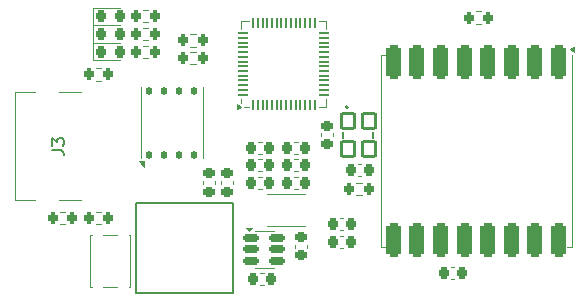
<source format=gto>
G04 #@! TF.GenerationSoftware,KiCad,Pcbnew,8.0.5-dirty*
G04 #@! TF.CreationDate,2024-10-08T17:02:33+11:00*
G04 #@! TF.ProjectId,kestral,6b657374-7261-46c2-9e6b-696361645f70,rev?*
G04 #@! TF.SameCoordinates,Original*
G04 #@! TF.FileFunction,Legend,Top*
G04 #@! TF.FilePolarity,Positive*
%FSLAX46Y46*%
G04 Gerber Fmt 4.6, Leading zero omitted, Abs format (unit mm)*
G04 Created by KiCad (PCBNEW 8.0.5-dirty) date 2024-10-08 17:02:33*
%MOMM*%
%LPD*%
G01*
G04 APERTURE LIST*
G04 Aperture macros list*
%AMRoundRect*
0 Rectangle with rounded corners*
0 $1 Rounding radius*
0 $2 $3 $4 $5 $6 $7 $8 $9 X,Y pos of 4 corners*
0 Add a 4 corners polygon primitive as box body*
4,1,4,$2,$3,$4,$5,$6,$7,$8,$9,$2,$3,0*
0 Add four circle primitives for the rounded corners*
1,1,$1+$1,$2,$3*
1,1,$1+$1,$4,$5*
1,1,$1+$1,$6,$7*
1,1,$1+$1,$8,$9*
0 Add four rect primitives between the rounded corners*
20,1,$1+$1,$2,$3,$4,$5,0*
20,1,$1+$1,$4,$5,$6,$7,0*
20,1,$1+$1,$6,$7,$8,$9,0*
20,1,$1+$1,$8,$9,$2,$3,0*%
G04 Aperture macros list end*
%ADD10C,0.150000*%
%ADD11C,0.120000*%
%ADD12C,0.152400*%
%ADD13C,0.127000*%
%ADD14C,0.200000*%
%ADD15RoundRect,0.225000X0.225000X0.250000X-0.225000X0.250000X-0.225000X-0.250000X0.225000X-0.250000X0*%
%ADD16RoundRect,0.125000X0.125000X-0.250000X0.125000X0.250000X-0.125000X0.250000X-0.125000X-0.250000X0*%
%ADD17R,4.300000X3.400000*%
%ADD18RoundRect,0.317500X-0.317500X1.157500X-0.317500X-1.157500X0.317500X-1.157500X0.317500X1.157500X0*%
%ADD19RoundRect,0.225000X-0.250000X0.225000X-0.250000X-0.225000X0.250000X-0.225000X0.250000X0.225000X0*%
%ADD20C,0.650000*%
%ADD21R,1.240000X0.600000*%
%ADD22R,1.240000X0.300000*%
%ADD23O,2.100000X1.000000*%
%ADD24O,1.800000X1.000000*%
%ADD25RoundRect,0.225000X0.250000X-0.225000X0.250000X0.225000X-0.250000X0.225000X-0.250000X-0.225000X0*%
%ADD26RoundRect,0.050000X0.050000X-0.387500X0.050000X0.387500X-0.050000X0.387500X-0.050000X-0.387500X0*%
%ADD27RoundRect,0.050000X0.387500X-0.050000X0.387500X0.050000X-0.387500X0.050000X-0.387500X-0.050000X0*%
%ADD28R,3.200000X3.200000*%
%ADD29RoundRect,0.200000X0.200000X0.275000X-0.200000X0.275000X-0.200000X-0.275000X0.200000X-0.275000X0*%
%ADD30RoundRect,0.225000X-0.225000X-0.250000X0.225000X-0.250000X0.225000X0.250000X-0.225000X0.250000X0*%
%ADD31RoundRect,0.218750X-0.218750X-0.256250X0.218750X-0.256250X0.218750X0.256250X-0.218750X0.256250X0*%
%ADD32C,1.803400*%
%ADD33RoundRect,0.150000X-0.512500X-0.150000X0.512500X-0.150000X0.512500X0.150000X-0.512500X0.150000X0*%
%ADD34RoundRect,0.102000X-0.550000X0.650000X-0.550000X-0.650000X0.550000X-0.650000X0.550000X0.650000X0*%
%ADD35RoundRect,0.200000X-0.200000X-0.275000X0.200000X-0.275000X0.200000X0.275000X-0.200000X0.275000X0*%
%ADD36R,0.650000X1.050000*%
%ADD37R,1.200000X2.000000*%
%ADD38R,5.080000X1.500000*%
G04 APERTURE END LIST*
D10*
X103179819Y-112833333D02*
X103894104Y-112833333D01*
X103894104Y-112833333D02*
X104036961Y-112880952D01*
X104036961Y-112880952D02*
X104132200Y-112976190D01*
X104132200Y-112976190D02*
X104179819Y-113119047D01*
X104179819Y-113119047D02*
X104179819Y-113214285D01*
X103179819Y-112452380D02*
X103179819Y-111833333D01*
X103179819Y-111833333D02*
X103560771Y-112166666D01*
X103560771Y-112166666D02*
X103560771Y-112023809D01*
X103560771Y-112023809D02*
X103608390Y-111928571D01*
X103608390Y-111928571D02*
X103656009Y-111880952D01*
X103656009Y-111880952D02*
X103751247Y-111833333D01*
X103751247Y-111833333D02*
X103989342Y-111833333D01*
X103989342Y-111833333D02*
X104084580Y-111880952D01*
X104084580Y-111880952D02*
X104132200Y-111928571D01*
X104132200Y-111928571D02*
X104179819Y-112023809D01*
X104179819Y-112023809D02*
X104179819Y-112309523D01*
X104179819Y-112309523D02*
X104132200Y-112404761D01*
X104132200Y-112404761D02*
X104084580Y-112452380D01*
D11*
X129370580Y-114040000D02*
X129089420Y-114040000D01*
X129370580Y-115060000D02*
X129089420Y-115060000D01*
X110695000Y-113510000D02*
X110695000Y-107520000D01*
X115915000Y-113520000D02*
X115915000Y-107520000D01*
X110995000Y-114230000D02*
X110515000Y-113750000D01*
X110995000Y-113750000D01*
X110995000Y-114230000D01*
G36*
X110995000Y-114230000D02*
G01*
X110515000Y-113750000D01*
X110995000Y-113750000D01*
X110995000Y-114230000D01*
G37*
X123965580Y-113605000D02*
X123684420Y-113605000D01*
X123965580Y-114625000D02*
X123684420Y-114625000D01*
X131000000Y-104800000D02*
X131000000Y-121000000D01*
X131000000Y-121000000D02*
X131400000Y-121000000D01*
X131400000Y-104800000D02*
X131000000Y-104800000D01*
X147200000Y-104800000D02*
X147200000Y-121000000D01*
X147200000Y-121000000D02*
X146800000Y-121000000D01*
X147336000Y-104540000D02*
X147000000Y-104300000D01*
X147336000Y-104060000D01*
X147336000Y-104540000D01*
G36*
X147336000Y-104540000D02*
G01*
X147000000Y-104300000D01*
X147336000Y-104060000D01*
X147336000Y-104540000D01*
G37*
X115990000Y-115434420D02*
X115990000Y-115715580D01*
X117010000Y-115434420D02*
X117010000Y-115715580D01*
X100015000Y-107920000D02*
X101720000Y-107920000D01*
X100015000Y-117080000D02*
X100015000Y-107920000D01*
X101720000Y-117080000D02*
X100015000Y-117080000D01*
X103730000Y-117080000D02*
X105650000Y-117080000D01*
X105650000Y-107920000D02*
X103730000Y-107920000D01*
X123752500Y-121115580D02*
X123752500Y-120834420D01*
X124772500Y-121115580D02*
X124772500Y-120834420D01*
X119190000Y-101922500D02*
X119840000Y-101922500D01*
X119190000Y-102572500D02*
X119190000Y-101922500D01*
X119190000Y-108492500D02*
X119190000Y-108842500D01*
X119840000Y-109142500D02*
X119430000Y-109142500D01*
X126410000Y-101922500D02*
X125760000Y-101922500D01*
X126410000Y-102572500D02*
X126410000Y-101922500D01*
X126410000Y-108492500D02*
X126410000Y-109142500D01*
X126410000Y-109142500D02*
X125760000Y-109142500D01*
X119190000Y-109142500D02*
X118860000Y-109382500D01*
X118860000Y-108902500D01*
X119190000Y-109142500D01*
G36*
X119190000Y-109142500D02*
G01*
X118860000Y-109382500D01*
X118860000Y-108902500D01*
X119190000Y-109142500D01*
G37*
X111337258Y-100977500D02*
X110862742Y-100977500D01*
X111337258Y-102022500D02*
X110862742Y-102022500D01*
X127559420Y-120090000D02*
X127840580Y-120090000D01*
X127559420Y-121110000D02*
X127840580Y-121110000D01*
X120915580Y-112120000D02*
X120634420Y-112120000D01*
X120915580Y-113140000D02*
X120634420Y-113140000D01*
X106627500Y-100765000D02*
X106627500Y-102235000D01*
X106627500Y-102235000D02*
X108912500Y-102235000D01*
X108912500Y-100765000D02*
X106627500Y-100765000D01*
D12*
X110249799Y-117273000D02*
X110249799Y-124918400D01*
X110249799Y-124918400D02*
X118530199Y-124918400D01*
X118530199Y-117273000D02*
X110249799Y-117273000D01*
X118530199Y-124918400D02*
X118530199Y-117273000D01*
D11*
X121125000Y-119665000D02*
X120325000Y-119665000D01*
X121125000Y-119665000D02*
X121925000Y-119665000D01*
X121125000Y-122785000D02*
X120325000Y-122785000D01*
X121125000Y-122785000D02*
X121925000Y-122785000D01*
X119825000Y-119715000D02*
X119585000Y-119385000D01*
X120065000Y-119385000D01*
X119825000Y-119715000D01*
G36*
X119825000Y-119715000D02*
G01*
X119585000Y-119385000D01*
X120065000Y-119385000D01*
X119825000Y-119715000D01*
G37*
X117500000Y-115434420D02*
X117500000Y-115715580D01*
X118520000Y-115434420D02*
X118520000Y-115715580D01*
X123965580Y-115105000D02*
X123684420Y-115105000D01*
X123965580Y-116125000D02*
X123684420Y-116125000D01*
X137240580Y-122690000D02*
X136959420Y-122690000D01*
X137240580Y-123710000D02*
X136959420Y-123710000D01*
D13*
X127850000Y-111280000D02*
X127850000Y-111820000D01*
X130350000Y-111820000D02*
X130350000Y-111280000D01*
D14*
X128230000Y-109200000D02*
G75*
G02*
X128030000Y-109200000I-100000J0D01*
G01*
X128030000Y-109200000D02*
G75*
G02*
X128230000Y-109200000I100000J0D01*
G01*
D11*
X106862742Y-118077500D02*
X107337258Y-118077500D01*
X106862742Y-119122500D02*
X107337258Y-119122500D01*
X123965580Y-112105000D02*
X123684420Y-112105000D01*
X123965580Y-113125000D02*
X123684420Y-113125000D01*
X111337258Y-103977500D02*
X110862742Y-103977500D01*
X111337258Y-105022500D02*
X110862742Y-105022500D01*
X128937742Y-115577500D02*
X129412258Y-115577500D01*
X128937742Y-116622500D02*
X129412258Y-116622500D01*
X120821920Y-123215000D02*
X121103080Y-123215000D01*
X120821920Y-124235000D02*
X121103080Y-124235000D01*
X114862742Y-103010000D02*
X115337258Y-103010000D01*
X114862742Y-104055000D02*
X115337258Y-104055000D01*
X106400000Y-120000000D02*
X106400000Y-124400000D01*
X106400000Y-124400000D02*
X106520000Y-124400000D01*
X106520000Y-120000000D02*
X106400000Y-120000000D01*
X107530000Y-124400000D02*
X108670000Y-124400000D01*
X108670000Y-120000000D02*
X107530000Y-120000000D01*
X109680000Y-124400000D02*
X109800000Y-124400000D01*
X109800000Y-120000000D02*
X109680000Y-120000000D01*
X109800000Y-124400000D02*
X109800000Y-120000000D01*
X139037742Y-101077500D02*
X139512258Y-101077500D01*
X139037742Y-102122500D02*
X139512258Y-102122500D01*
X106862742Y-105897500D02*
X107337258Y-105897500D01*
X106862742Y-106942500D02*
X107337258Y-106942500D01*
X125945000Y-111384420D02*
X125945000Y-111665580D01*
X126965000Y-111384420D02*
X126965000Y-111665580D01*
X121362500Y-116515000D02*
X124562500Y-116515000D01*
X124562500Y-119235000D02*
X121362500Y-119235000D01*
X120915580Y-115120000D02*
X120634420Y-115120000D01*
X120915580Y-116140000D02*
X120634420Y-116140000D01*
X114862742Y-104510000D02*
X115337258Y-104510000D01*
X114862742Y-105555000D02*
X115337258Y-105555000D01*
X111337258Y-102477500D02*
X110862742Y-102477500D01*
X111337258Y-103522500D02*
X110862742Y-103522500D01*
X127559420Y-118590000D02*
X127840580Y-118590000D01*
X127559420Y-119610000D02*
X127840580Y-119610000D01*
X106627500Y-103765000D02*
X106627500Y-105235000D01*
X106627500Y-105235000D02*
X108912500Y-105235000D01*
X108912500Y-103765000D02*
X106627500Y-103765000D01*
X120915580Y-113610000D02*
X120634420Y-113610000D01*
X120915580Y-114630000D02*
X120634420Y-114630000D01*
X106627500Y-102265000D02*
X106627500Y-103735000D01*
X106627500Y-103735000D02*
X108912500Y-103735000D01*
X108912500Y-102265000D02*
X106627500Y-102265000D01*
X103837742Y-118077500D02*
X104312258Y-118077500D01*
X103837742Y-119122500D02*
X104312258Y-119122500D01*
%LPC*%
D15*
X130005000Y-114550000D03*
X128455000Y-114550000D03*
D16*
X111400000Y-113220000D03*
X112670000Y-113220000D03*
X113940000Y-113220000D03*
X115210000Y-113220000D03*
X115210000Y-107820000D03*
X113940000Y-107820000D03*
X112670000Y-107820000D03*
X111400000Y-107820000D03*
D17*
X113305000Y-110520000D03*
D15*
X124600000Y-114115000D03*
X123050000Y-114115000D03*
D18*
X146100000Y-105375000D03*
X144100000Y-105375000D03*
X142100000Y-105375000D03*
X140100000Y-105375000D03*
X138100000Y-105375000D03*
X136100000Y-105375000D03*
X134100000Y-105375000D03*
X132100000Y-105375000D03*
X132100000Y-120425000D03*
X134100000Y-120425000D03*
X136100000Y-120425000D03*
X138100000Y-120425000D03*
X140100000Y-120425000D03*
X142100000Y-120425000D03*
X144100000Y-120425000D03*
X146100000Y-120425000D03*
D19*
X116500000Y-114800000D03*
X116500000Y-116350000D03*
D20*
X106405000Y-109610000D03*
X106405000Y-115390000D03*
D21*
X107525000Y-109300000D03*
X107525000Y-110100000D03*
D22*
X107525000Y-111250000D03*
X107525000Y-112250000D03*
X107525000Y-112750000D03*
X107525000Y-113750000D03*
D21*
X107525000Y-114900000D03*
X107525000Y-115700000D03*
X107525000Y-115700000D03*
X107525000Y-114900000D03*
D22*
X107525000Y-114250000D03*
X107525000Y-113250000D03*
X107525000Y-111750000D03*
X107525000Y-110750000D03*
D21*
X107525000Y-110100000D03*
X107525000Y-109300000D03*
D23*
X106925000Y-108180000D03*
D24*
X102725000Y-108180000D03*
D23*
X106925000Y-116820000D03*
D24*
X102725000Y-116820000D03*
D25*
X124262500Y-121750000D03*
X124262500Y-120200000D03*
D26*
X120200000Y-108970000D03*
X120600000Y-108970000D03*
X121000000Y-108970000D03*
X121400000Y-108970000D03*
X121800000Y-108970000D03*
X122200000Y-108970000D03*
X122600000Y-108970000D03*
X123000000Y-108970000D03*
X123400000Y-108970000D03*
X123800000Y-108970000D03*
X124200000Y-108970000D03*
X124600000Y-108970000D03*
X125000000Y-108970000D03*
X125400000Y-108970000D03*
D27*
X126237500Y-108132500D03*
X126237500Y-107732500D03*
X126237500Y-107332500D03*
X126237500Y-106932500D03*
X126237500Y-106532500D03*
X126237500Y-106132500D03*
X126237500Y-105732500D03*
X126237500Y-105332500D03*
X126237500Y-104932500D03*
X126237500Y-104532500D03*
X126237500Y-104132500D03*
X126237500Y-103732500D03*
X126237500Y-103332500D03*
X126237500Y-102932500D03*
D26*
X125400000Y-102095000D03*
X125000000Y-102095000D03*
X124600000Y-102095000D03*
X124200000Y-102095000D03*
X123800000Y-102095000D03*
X123400000Y-102095000D03*
X123000000Y-102095000D03*
X122600000Y-102095000D03*
X122200000Y-102095000D03*
X121800000Y-102095000D03*
X121400000Y-102095000D03*
X121000000Y-102095000D03*
X120600000Y-102095000D03*
X120200000Y-102095000D03*
D27*
X119362500Y-102932500D03*
X119362500Y-103332500D03*
X119362500Y-103732500D03*
X119362500Y-104132500D03*
X119362500Y-104532500D03*
X119362500Y-104932500D03*
X119362500Y-105332500D03*
X119362500Y-105732500D03*
X119362500Y-106132500D03*
X119362500Y-106532500D03*
X119362500Y-106932500D03*
X119362500Y-107332500D03*
X119362500Y-107732500D03*
X119362500Y-108132500D03*
D28*
X122800000Y-105532500D03*
D29*
X111925000Y-101500000D03*
X110275000Y-101500000D03*
D30*
X126925000Y-120600000D03*
X128475000Y-120600000D03*
D15*
X121550000Y-112630000D03*
X120000000Y-112630000D03*
D31*
X107325000Y-101500000D03*
X108900000Y-101500000D03*
D32*
X112689999Y-121400000D03*
X116500000Y-121400000D03*
D33*
X119987500Y-120275000D03*
X119987500Y-121225000D03*
X119987500Y-122175000D03*
X122262500Y-122175000D03*
X122262500Y-121225000D03*
X122262500Y-120275000D03*
D19*
X118010000Y-114800000D03*
X118010000Y-116350000D03*
D15*
X124600000Y-115615000D03*
X123050000Y-115615000D03*
X137875000Y-123200000D03*
X136325000Y-123200000D03*
D34*
X128200000Y-110400000D03*
X128200000Y-112700000D03*
X130000000Y-112700000D03*
X130000000Y-110400000D03*
D35*
X106275000Y-118600000D03*
X107925000Y-118600000D03*
D15*
X124600000Y-112615000D03*
X123050000Y-112615000D03*
D29*
X111925000Y-104500000D03*
X110275000Y-104500000D03*
D35*
X128350000Y-116100000D03*
X130000000Y-116100000D03*
D30*
X120187500Y-123725000D03*
X121737500Y-123725000D03*
D35*
X114275000Y-103532500D03*
X115925000Y-103532500D03*
D36*
X107025000Y-124275000D03*
X107025000Y-120125000D03*
X109175000Y-124275000D03*
X109175000Y-120125000D03*
D35*
X138450000Y-101600000D03*
X140100000Y-101600000D03*
X106275000Y-106420000D03*
X107925000Y-106420000D03*
D19*
X126455000Y-110750000D03*
X126455000Y-112300000D03*
D37*
X124562500Y-117875000D03*
X121362500Y-117875000D03*
D15*
X121550000Y-115630000D03*
X120000000Y-115630000D03*
D35*
X114275000Y-105032500D03*
X115925000Y-105032500D03*
D29*
X111925000Y-103000000D03*
X110275000Y-103000000D03*
D30*
X126925000Y-119100000D03*
X128475000Y-119100000D03*
D31*
X107325000Y-104500000D03*
X108900000Y-104500000D03*
D15*
X121550000Y-114120000D03*
X120000000Y-114120000D03*
D31*
X107325000Y-103000000D03*
X108900000Y-103000000D03*
D35*
X103250000Y-118600000D03*
X104900000Y-118600000D03*
D38*
X151937500Y-108250000D03*
X151937500Y-116750000D03*
%LPD*%
M02*

</source>
